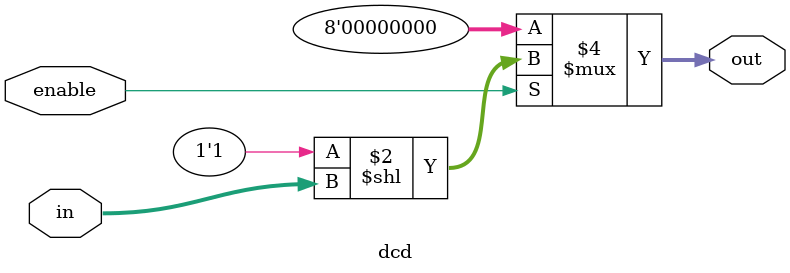
<source format=v>
module dcd(in, enable,out);
input [2:0] in;
input enable;
output [7:0] out;

reg[7:0] out;

always @(in or enable)
if (enable) out <= (1'b1<<in);
else out<=8'b0;
endmodule

</source>
